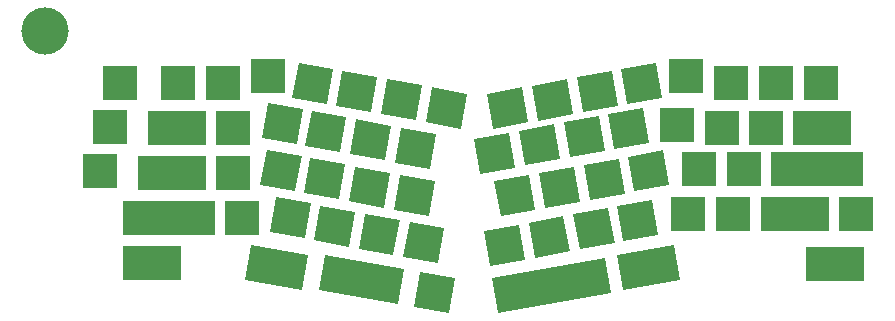
<source format=gbr>
G04 #@! TF.GenerationSoftware,KiCad,Pcbnew,(5.1.10-1-10_14)*
G04 #@! TF.CreationDate,2021-08-18T21:17:13-05:00*
G04 #@! TF.ProjectId,PCB-Keychains,5043422d-4b65-4796-9368-61696e732e6b,rev?*
G04 #@! TF.SameCoordinates,Original*
G04 #@! TF.FileFunction,Soldermask,Top*
G04 #@! TF.FilePolarity,Negative*
%FSLAX46Y46*%
G04 Gerber Fmt 4.6, Leading zero omitted, Abs format (unit mm)*
G04 Created by KiCad (PCBNEW (5.1.10-1-10_14)) date 2021-08-18 21:17:13*
%MOMM*%
%LPD*%
G01*
G04 APERTURE LIST*
%ADD10C,4.000000*%
%ADD11R,3.000000X3.000000*%
%ADD12R,5.857500X3.000000*%
%ADD13C,0.100000*%
%ADD14R,4.905000X3.000000*%
%ADD15R,7.762500X3.000000*%
G04 APERTURE END LIST*
D10*
X31671450Y-65769850D03*
D11*
X36358750Y-77563750D03*
X37158750Y-73863750D03*
X38058750Y-70163750D03*
D12*
X95158750Y-81263750D03*
D13*
G36*
X72075489Y-70526066D02*
G01*
X72596434Y-73480489D01*
X69642011Y-74001434D01*
X69121066Y-71047011D01*
X72075489Y-70526066D01*
G37*
G36*
X84913519Y-83860666D02*
G01*
X85434463Y-86815089D01*
X80603981Y-87666834D01*
X80083037Y-84712411D01*
X84913519Y-83860666D01*
G37*
D14*
X98558750Y-85463750D03*
D11*
X89758750Y-70163750D03*
X93558750Y-70163750D03*
X87058750Y-77463750D03*
X86158750Y-81263750D03*
D13*
G36*
X83375489Y-68451066D02*
G01*
X83896434Y-71405489D01*
X80942011Y-71926434D01*
X80421066Y-68972011D01*
X83375489Y-68451066D01*
G37*
D11*
X85958750Y-69588750D03*
D13*
G36*
X79375489Y-80751066D02*
G01*
X79896434Y-83705489D01*
X76942011Y-84226434D01*
X76421066Y-81272011D01*
X79375489Y-80751066D01*
G37*
G36*
X70975489Y-74351066D02*
G01*
X71496434Y-77305489D01*
X68542011Y-77826434D01*
X68021066Y-74872011D01*
X70975489Y-74351066D01*
G37*
G36*
X75875489Y-69851066D02*
G01*
X76396434Y-72805489D01*
X73442011Y-73326434D01*
X72921066Y-70372011D01*
X75875489Y-69851066D01*
G37*
G36*
X83075489Y-80051066D02*
G01*
X83596434Y-83005489D01*
X80642011Y-83526434D01*
X80121066Y-80572011D01*
X83075489Y-80051066D01*
G37*
G36*
X71775489Y-82151066D02*
G01*
X72296434Y-85105489D01*
X69342011Y-85626434D01*
X68821066Y-82672011D01*
X71775489Y-82151066D01*
G37*
G36*
X75575489Y-81451066D02*
G01*
X76096434Y-84405489D01*
X73142011Y-84926434D01*
X72621066Y-81972011D01*
X75575489Y-81451066D01*
G37*
G36*
X82275489Y-72251066D02*
G01*
X82796434Y-75205489D01*
X79842011Y-75726434D01*
X79321066Y-72772011D01*
X82275489Y-72251066D01*
G37*
G36*
X74775489Y-73651066D02*
G01*
X75296434Y-76605489D01*
X72342011Y-77126434D01*
X71821066Y-74172011D01*
X74775489Y-73651066D01*
G37*
G36*
X78575489Y-72951066D02*
G01*
X79096434Y-75905489D01*
X76142011Y-76426434D01*
X75621066Y-73472011D01*
X78575489Y-72951066D01*
G37*
G36*
X79675489Y-69151066D02*
G01*
X80196434Y-72105489D01*
X77242011Y-72626434D01*
X76721066Y-69672011D01*
X79675489Y-69151066D01*
G37*
G36*
X83975489Y-75851066D02*
G01*
X84496434Y-78805489D01*
X81542011Y-79326434D01*
X81021066Y-76372011D01*
X83975489Y-75851066D01*
G37*
G36*
X76475489Y-77251066D02*
G01*
X76996434Y-80205489D01*
X74042011Y-80726434D01*
X73521066Y-77772011D01*
X76475489Y-77251066D01*
G37*
G36*
X80275489Y-76551066D02*
G01*
X80796434Y-79505489D01*
X77842011Y-80026434D01*
X77321066Y-77072011D01*
X80275489Y-76551066D01*
G37*
G36*
X72675489Y-77951066D02*
G01*
X73196434Y-80905489D01*
X70242011Y-81426434D01*
X69721066Y-78472011D01*
X72675489Y-77951066D01*
G37*
D11*
X88958750Y-73988750D03*
D13*
G36*
X50721066Y-82780489D02*
G01*
X51242011Y-79826066D01*
X54196434Y-80347011D01*
X53675489Y-83301434D01*
X50721066Y-82780489D01*
G37*
G36*
X58221066Y-84180489D02*
G01*
X58742011Y-81226066D01*
X61696434Y-81747011D01*
X61175489Y-84701434D01*
X58221066Y-84180489D01*
G37*
G36*
X54421066Y-83480489D02*
G01*
X54942011Y-80526066D01*
X57896434Y-81047011D01*
X57375489Y-84001434D01*
X54421066Y-83480489D01*
G37*
G36*
X62021066Y-84880489D02*
G01*
X62542011Y-81926066D01*
X65496434Y-82447011D01*
X64975489Y-85401434D01*
X62021066Y-84880489D01*
G37*
G36*
X49921066Y-78780489D02*
G01*
X50442011Y-75826066D01*
X53396434Y-76347011D01*
X52875489Y-79301434D01*
X49921066Y-78780489D01*
G37*
G36*
X57421066Y-80180489D02*
G01*
X57942011Y-77226066D01*
X60896434Y-77747011D01*
X60375489Y-80701434D01*
X57421066Y-80180489D01*
G37*
G36*
X53621066Y-79480489D02*
G01*
X54142011Y-76526066D01*
X57096434Y-77047011D01*
X56575489Y-80001434D01*
X53621066Y-79480489D01*
G37*
G36*
X61221066Y-80880489D02*
G01*
X61742011Y-77926066D01*
X64696434Y-78447011D01*
X64175489Y-81401434D01*
X61221066Y-80880489D01*
G37*
G36*
X50021066Y-74780489D02*
G01*
X50542011Y-71826066D01*
X53496434Y-72347011D01*
X52975489Y-75301434D01*
X50021066Y-74780489D01*
G37*
G36*
X57521066Y-76180489D02*
G01*
X58042011Y-73226066D01*
X60996434Y-73747011D01*
X60475489Y-76701434D01*
X57521066Y-76180489D01*
G37*
G36*
X53721066Y-75480489D02*
G01*
X54242011Y-72526066D01*
X57196434Y-73047011D01*
X56675489Y-76001434D01*
X53721066Y-75480489D01*
G37*
G36*
X61321066Y-76880489D02*
G01*
X61842011Y-73926066D01*
X64796434Y-74447011D01*
X64275489Y-77401434D01*
X61321066Y-76880489D01*
G37*
G36*
X63921066Y-73480489D02*
G01*
X64442011Y-70526066D01*
X67396434Y-71047011D01*
X66875489Y-74001434D01*
X63921066Y-73480489D01*
G37*
G36*
X60121066Y-72780489D02*
G01*
X60642011Y-69826066D01*
X63596434Y-70347011D01*
X63075489Y-73301434D01*
X60121066Y-72780489D01*
G37*
G36*
X56321066Y-72080489D02*
G01*
X56842011Y-69126066D01*
X59796434Y-69647011D01*
X59275489Y-72601434D01*
X56321066Y-72080489D01*
G37*
D11*
X47558750Y-73963750D03*
X100358750Y-81263750D03*
X48358750Y-81563750D03*
X85158750Y-73663750D03*
X90858750Y-77463750D03*
X89958750Y-81263750D03*
X92758750Y-73963750D03*
X47558750Y-77763750D03*
X97358750Y-70163750D03*
X50558750Y-69563750D03*
D13*
G36*
X52621066Y-71380489D02*
G01*
X53142011Y-68426066D01*
X56096434Y-68947011D01*
X55575489Y-71901434D01*
X52621066Y-71380489D01*
G37*
D11*
X42958750Y-70163750D03*
X46758750Y-70163750D03*
D13*
G36*
X54845007Y-87649690D02*
G01*
X55365952Y-84695266D01*
X62072493Y-85877810D01*
X61551548Y-88832234D01*
X54845007Y-87649690D01*
G37*
D14*
X42858750Y-73963750D03*
X97458750Y-73963750D03*
D12*
X42458750Y-77763750D03*
D15*
X97058750Y-77463750D03*
X42158750Y-81563750D03*
D13*
G36*
X79058592Y-84947166D02*
G01*
X79579537Y-87901590D01*
X70058908Y-89580334D01*
X69537963Y-86625910D01*
X79058592Y-84947166D01*
G37*
D14*
X40758750Y-85363750D03*
D13*
G36*
X62921066Y-89080489D02*
G01*
X63442011Y-86126066D01*
X66396434Y-86647011D01*
X65875489Y-89601434D01*
X62921066Y-89080489D01*
G37*
G36*
X48583037Y-86815089D02*
G01*
X49103981Y-83860666D01*
X53934463Y-84712411D01*
X53413519Y-87666834D01*
X48583037Y-86815089D01*
G37*
M02*

</source>
